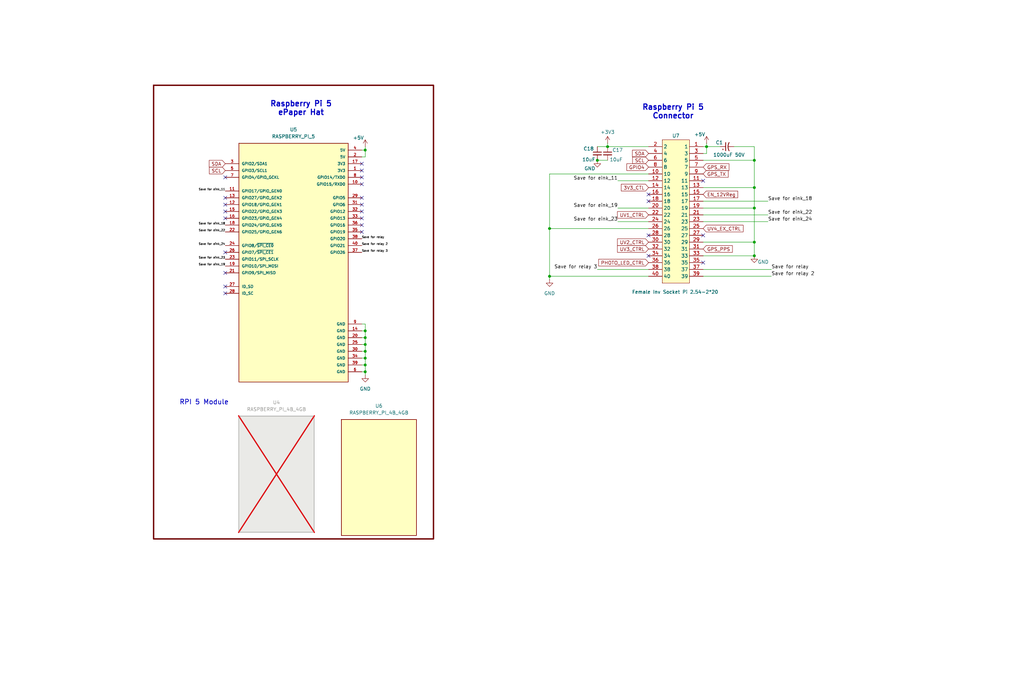
<source format=kicad_sch>
(kicad_sch (version 20250114) (generator "eeschema") (generator_version "9.0")
  (paper "User" 381 254)
  (title_block (title "MothBox") (date "2025-09-29") (rev "5.0.2") (company "Digital Naturalism Laboritories"))
  (lib_symbols
    (symbol "MothBox_Symbol_Library:+5V" (power) (pin_numbers (hide yes)) (pin_names (offset 0) (hide yes))
      (property "Value" "+5V" (at 0 3.556 0))
      (symbol "+5V_0_1"
        (polyline (pts (xy -0.762 1.27) (xy 0 2.54)))
        (polyline (pts (xy 0 2.54) (xy 0.762 1.27)))
        (polyline (pts (xy 0 0) (xy 0 2.54)))
      )
      (symbol "+5V_1_1"
        (pin power_in line (at 0 0 90) (length 0) (name "~") (number "1"))
      )
    )
    (symbol "MothBox_Symbol_Library:2.54-2*20"
      (property "Reference" "U" (at 0 30.48 0))
      (property "Value" "2.54-2*20" (at 0 -27.94 0))
      (symbol "2.54-2*20_0_1"
        (rectangle (start -5.08 27.94) (end 5.08 -25.4) (fill (type background)))
        (pin unspecified line (at -10.16 25.4 0) (length 5.08) (name "1") (number "1"))
        (pin unspecified line (at -10.16 22.86 0) (length 5.08) (name "3") (number "3"))
        (pin unspecified line (at -10.16 20.32 0) (length 5.08) (name "5") (number "5"))
        (pin unspecified line (at -10.16 17.78 0) (length 5.08) (name "7") (number "7"))
        (pin unspecified line (at -10.16 15.24 0) (length 5.08) (name "9") (number "9"))
        (pin unspecified line (at -10.16 12.7 0) (length 5.08) (name "11") (number "11"))
        (pin unspecified line (at -10.16 10.16 0) (length 5.08) (name "13") (number "13"))
        (pin unspecified line (at -10.16 7.62 0) (length 5.08) (name "15") (number "15"))
        (pin unspecified line (at -10.16 5.08 0) (length 5.08) (name "17") (number "17"))
        (pin unspecified line (at -10.16 2.54 0) (length 5.08) (name "19") (number "19"))
        (pin unspecified line (at -10.16 0 0) (length 5.08) (name "21") (number "21"))
        (pin unspecified line (at -10.16 -2.54 0) (length 5.08) (name "23") (number "23"))
        (pin unspecified line (at -10.16 -5.08 0) (length 5.08) (name "25") (number "25"))
        (pin unspecified line (at -10.16 -7.62 0) (length 5.08) (name "27") (number "27"))
        (pin unspecified line (at -10.16 -10.16 0) (length 5.08) (name "29") (number "29"))
        (pin unspecified line (at -10.16 -12.7 0) (length 5.08) (name "31") (number "31"))
        (pin unspecified line (at -10.16 -15.24 0) (length 5.08) (name "33") (number "33"))
        (pin unspecified line (at -10.16 -17.78 0) (length 5.08) (name "35") (number "35"))
        (pin unspecified line (at -10.16 -20.32 0) (length 5.08) (name "37") (number "37"))
        (pin unspecified line (at -10.16 -22.86 0) (length 5.08) (name "39") (number "39"))
        (pin unspecified line (at 10.16 25.4 180) (length 5.08) (name "2") (number "2"))
        (pin unspecified line (at 10.16 22.86 180) (length 5.08) (name "4") (number "4"))
        (pin unspecified line (at 10.16 20.32 180) (length 5.08) (name "6") (number "6"))
        (pin unspecified line (at 10.16 17.78 180) (length 5.08) (name "8") (number "8"))
        (pin unspecified line (at 10.16 15.24 180) (length 5.08) (name "10") (number "10"))
        (pin unspecified line (at 10.16 12.7 180) (length 5.08) (name "12") (number "12"))
        (pin unspecified line (at 10.16 10.16 180) (length 5.08) (name "14") (number "14"))
        (pin unspecified line (at 10.16 7.62 180) (length 5.08) (name "16") (number "16"))
        (pin unspecified line (at 10.16 5.08 180) (length 5.08) (name "18") (number "18"))
        (pin unspecified line (at 10.16 2.54 180) (length 5.08) (name "20") (number "20"))
        (pin unspecified line (at 10.16 0 180) (length 5.08) (name "22") (number "22"))
        (pin unspecified line (at 10.16 -2.54 180) (length 5.08) (name "24") (number "24"))
        (pin unspecified line (at 10.16 -5.08 180) (length 5.08) (name "26") (number "26"))
        (pin unspecified line (at 10.16 -7.62 180) (length 5.08) (name "28") (number "28"))
        (pin unspecified line (at 10.16 -10.16 180) (length 5.08) (name "30") (number "30"))
        (pin unspecified line (at 10.16 -12.7 180) (length 5.08) (name "32") (number "32"))
        (pin unspecified line (at 10.16 -15.24 180) (length 5.08) (name "34") (number "34"))
        (pin unspecified line (at 10.16 -17.78 180) (length 5.08) (name "36") (number "36"))
        (pin unspecified line (at 10.16 -20.32 180) (length 5.08) (name "38") (number "38"))
        (pin unspecified line (at 10.16 -22.86 180) (length 5.08) (name "40") (number "40"))
      )
    )
    (symbol "MothBox_Symbol_Library:C_Polarized_Small_US" (pin_numbers (hide yes)) (pin_names (offset 0.254) (hide yes))
      (property "Reference" "C" (at 0.254 1.778 0))
      (property "Value" "C_Polarized_Small_US" (at 0.254 -2.032 0))
      (symbol "C_Polarized_Small_US_0_1"
        (polyline (pts (xy -1.524 0.508) (xy 1.524 0.508)) (stroke (width 0.3048)))
        (polyline (pts (xy -1.27 1.524) (xy -0.762 1.524)))
        (polyline (pts (xy -1.016 1.27) (xy -1.016 1.778)))
        (arc (start -1.524 -0.762) (mid 0 -0.3734) (end 1.524 -0.762) (stroke (width 0.3048)))
      )
      (symbol "C_Polarized_Small_US_1_1"
        (pin passive line (at 0 2.54 270) (length 2.032) (name "~") (number "1"))
        (pin passive line (at 0 -2.54 90) (length 2.032) (name "~") (number "2"))
      )
    )
    (symbol "MothBox_Symbol_Library:C_Small" (pin_numbers (hide yes)) (pin_names (offset 0.254) (hide yes))
      (property "Reference" "C" (at 0.254 1.778 0))
      (property "Value" "C_Small" (at 0.254 -2.032 0))
      (symbol "C_Small_0_1"
        (polyline (pts (xy -1.524 0.508) (xy 1.524 0.508)) (stroke (width 0.3048)))
        (polyline (pts (xy -1.524 -0.508) (xy 1.524 -0.508)) (stroke (width 0.3302)))
      )
      (symbol "C_Small_1_1"
        (pin passive line (at 0 2.54 270) (length 2.032) (name "~") (number "1"))
        (pin passive line (at 0 -2.54 90) (length 2.032) (name "~") (number "2"))
      )
    )
    (symbol "MothBox_Symbol_Library:GND" (power) (pin_numbers (hide yes)) (pin_names (offset 0) (hide yes))
      (property "Value" "GND" (at 0 -3.81 0))
      (symbol "GND_0_1"
        (polyline (pts (xy 0 0) (xy 0 -1.27) (xy 1.27 -1.27) (xy 0 -2.54) (xy -1.27 -1.27) (xy 0 -1.27)))
      )
      (symbol "GND_1_1"
        (pin power_in line (at 0 0 270) (length 0) (name "~") (number "1"))
      )
    )
    (symbol "RASPBERRY_PI_4B_4GB_1" (pin_names (offset 1.016))
      (property "Reference" "U4" (at 0 38.1 0))
      (property "Value" "RASPBERRY_PI_4B_4GB" (at 0 35.56 0))
      (symbol "RASPBERRY_PI_4B_4GB_1_0_0"
        (rectangle (start -13.97 33.02) (end 13.97 -10.16) (stroke (width 0.254)) (fill (type background)))
      )
    )
    (symbol "RASPBERRY_PI_4B_4GB_2" (pin_names (offset 1.016))
      (property "Reference" "U1" (at 0 38.1 0))
      (property "Value" "RASPBERRY_PI_5" (at 0 35.56 0))
      (symbol "RASPBERRY_PI_4B_4GB_2_0_0"
        (rectangle (start -20.32 33.02) (end 20.32 -55.88) (stroke (width 0.254)) (fill (type background)))
        (pin bidirectional line (at -25.4 25.4 0) (length 5.08) (name "GPIO2/SDA1") (number "3"))
        (pin bidirectional line (at -25.4 22.86 0) (length 5.08) (name "GPIO3/SCL1") (number "5"))
        (pin bidirectional line (at -25.4 20.32 0) (length 5.08) (name "GPIO4/GPIO_GCKL") (number "7"))
        (pin bidirectional line (at -25.4 15.24 0) (length 5.08) (name "GPIO17/GPIO_GEN0") (number "11"))
        (pin bidirectional line (at -25.4 12.7 0) (length 5.08) (name "GPIO27/GPIO_GEN2") (number "13"))
        (pin bidirectional line (at -25.4 10.16 0) (length 5.08) (name "GPIO18/GPIO_GEN1") (number "12"))
        (pin bidirectional line (at -25.4 7.62 0) (length 5.08) (name "GPIO22/GPIO_GEN3") (number "15"))
        (pin bidirectional line (at -25.4 5.08 0) (length 5.08) (name "GPIO23/GPIO_GEN4") (number "16"))
        (pin bidirectional line (at -25.4 2.54 0) (length 5.08) (name "GPIO24/GPIO_GEN5") (number "18"))
        (pin bidirectional line (at -25.4 0 0) (length 5.08) (name "GPIO25/GPIO_GEN6") (number "22"))
        (pin bidirectional line (at -25.4 -5.08 0) (length 5.08) (name "GPIO8/~{SPI_CE0}") (number "24"))
        (pin bidirectional line (at -25.4 -7.62 0) (length 5.08) (name "GPIO7/~{SPI_CE1}") (number "26"))
        (pin bidirectional line (at -25.4 -10.16 0) (length 5.08) (name "GPIO11/SPI_SCLK") (number "23"))
        (pin bidirectional line (at -25.4 -12.7 0) (length 5.08) (name "GPIO10/SPI_MOSI") (number "19"))
        (pin bidirectional line (at -25.4 -15.24 0) (length 5.08) (name "GPIO9/SPI_MISO") (number "21"))
        (pin bidirectional line (at -25.4 -20.32 0) (length 5.08) (name "ID_SD") (number "27"))
        (pin bidirectional line (at -25.4 -22.86 0) (length 5.08) (name "ID_SC") (number "28"))
        (pin power_in line (at 25.4 30.48 180) (length 5.08) (name "5V") (number "4"))
        (pin power_in line (at 25.4 27.94 180) (length 5.08) (name "5V") (number "2"))
        (pin power_in line (at 25.4 25.4 180) (length 5.08) (name "3V3") (number "17"))
        (pin power_in line (at 25.4 22.86 180) (length 5.08) (name "3V3") (number "1"))
        (pin bidirectional line (at 25.4 20.32 180) (length 5.08) (name "GPIO14/TXD0") (number "8"))
        (pin bidirectional line (at 25.4 17.78 180) (length 5.08) (name "GPIO15/RXD0") (number "10"))
        (pin bidirectional line (at 25.4 12.7 180) (length 5.08) (name "GPIO5") (number "29"))
        (pin bidirectional line (at 25.4 10.16 180) (length 5.08) (name "GPIO6") (number "31"))
        (pin bidirectional line (at 25.4 7.62 180) (length 5.08) (name "GPIO12") (number "32"))
        (pin bidirectional line (at 25.4 5.08 180) (length 5.08) (name "GPIO13") (number "33"))
        (pin bidirectional line (at 25.4 2.54 180) (length 5.08) (name "GPIO16") (number "36"))
        (pin bidirectional line (at 25.4 0 180) (length 5.08) (name "GPIO19") (number "35"))
        (pin bidirectional line (at 25.4 -2.54 180) (length 5.08) (name "GPIO20") (number "38"))
        (pin bidirectional line (at 25.4 -5.08 180) (length 5.08) (name "GPIO21") (number "40"))
        (pin bidirectional line (at 25.4 -7.62 180) (length 5.08) (name "GPIO26") (number "37"))
        (pin power_in line (at 25.4 -34.29 180) (length 5.08) (name "GND") (number "9"))
        (pin power_in line (at 25.4 -36.83 180) (length 5.08) (name "GND") (number "14"))
        (pin power_in line (at 25.4 -39.37 180) (length 5.08) (name "GND") (number "20"))
        (pin power_in line (at 25.4 -41.91 180) (length 5.08) (name "GND") (number "25"))
        (pin power_in line (at 25.4 -44.45 180) (length 5.08) (name "GND") (number "30"))
        (pin power_in line (at 25.4 -46.99 180) (length 5.08) (name "GND") (number "34"))
        (pin power_in line (at 25.4 -49.53 180) (length 5.08) (name "GND") (number "39"))
        (pin power_in line (at 25.4 -52.07 180) (length 5.08) (name "GND") (number "6"))
      )
    )
    (symbol "power:+3V3" (power) (pin_numbers (hide yes)) (pin_names (offset 0) (hide yes))
      (property "Value" "+3V3" (at 0 3.556 0))
      (symbol "+3V3_0_1"
        (polyline (pts (xy -0.762 1.27) (xy 0 2.54)))
        (polyline (pts (xy 0 2.54) (xy 0.762 1.27)))
        (polyline (pts (xy 0 0) (xy 0 2.54)))
      )
      (symbol "+3V3_1_1"
        (pin power_in line (at 0 0 90) (length 0) (name "~") (number "1"))
      )
    )
  )
  (rectangle (start 57.15 31.75) (end 161.29 200.66) (stroke (width 0.508) (color 110 0 0 1)))
  (text "Raspberry Pi 5\nConnector" (at 250.444 41.656 0) (effects (font (size 2 2) (thickness 0.4) (bold yes))))
  (text "RPI 5 Module\n" (at 75.946 149.86 0) (effects (font (size 1.778 1.778) (thickness 0.254) (bold yes))))
  (text "Raspberry Pi 5\nePaper Hat" (at 112.014 40.386 0) (effects (font (size 2 2) (thickness 0.4) (bold yes))))
  (junction (at 135.89 123.19))
  (junction (at 226.06 54.61))
  (junction (at 135.89 135.89))
  (junction (at 280.67 69.85))
  (junction (at 135.89 55.88))
  (junction (at 280.67 95.25))
  (junction (at 135.89 125.73))
  (junction (at 222.25 59.69))
  (junction (at 280.67 77.47))
  (junction (at 135.89 130.81))
  (junction (at 280.67 90.17))
  (junction (at 135.89 133.35))
  (junction (at 262.89 54.61))
  (junction (at 135.89 128.27))
  (junction (at 204.47 85.09))
  (junction (at 280.67 59.69))
  (junction (at 204.47 102.87))
  (junction (at 135.89 138.43))
  (no_connect (at 83.82 81.28))
  (no_connect (at 261.62 67.31))
  (no_connect (at 241.3 72.39))
  (no_connect (at 83.82 109.22))
  (no_connect (at 134.62 68.58))
  (no_connect (at 134.62 60.96))
  (no_connect (at 83.82 93.98))
  (no_connect (at 134.62 76.2))
  (no_connect (at 83.82 76.2))
  (no_connect (at 134.62 81.28))
  (no_connect (at 83.82 66.04))
  (no_connect (at 83.82 101.6))
  (no_connect (at 241.3 74.93))
  (no_connect (at 261.62 97.79))
  (no_connect (at 134.62 78.74))
  (no_connect (at 83.82 73.66))
  (no_connect (at 83.82 106.68))
  (no_connect (at 261.62 87.63))
  (no_connect (at 134.62 86.36))
  (no_connect (at 83.82 78.74))
  (no_connect (at 134.62 66.04))
  (no_connect (at 134.62 73.66))
  (no_connect (at 241.3 95.25))
  (no_connect (at 241.3 87.63))
  (no_connect (at 134.62 63.5))
  (no_connect (at 134.62 83.82))
  (wire (pts (xy 285.75 80.01) (xy 261.62 80.01)))
  (wire (pts (xy 262.89 54.61) (xy 261.62 54.61)))
  (wire (pts (xy 135.89 133.35) (xy 135.89 135.89)))
  (wire (pts (xy 134.62 58.42) (xy 135.89 58.42)))
  (wire (pts (xy 134.62 120.65) (xy 135.89 120.65)))
  (wire (pts (xy 134.62 55.88) (xy 135.89 55.88)))
  (wire (pts (xy 229.87 77.47) (xy 241.3 77.47)))
  (wire (pts (xy 135.89 54.61) (xy 135.89 55.88)))
  (wire (pts (xy 134.62 128.27) (xy 135.89 128.27)))
  (wire (pts (xy 261.62 90.17) (xy 280.67 90.17)))
  (wire (pts (xy 135.89 58.42) (xy 135.89 55.88)))
  (wire (pts (xy 135.89 138.43) (xy 135.89 139.7)))
  (wire (pts (xy 204.47 102.87) (xy 241.3 102.87)))
  (wire (pts (xy 229.87 82.55) (xy 241.3 82.55)))
  (wire (pts (xy 262.89 54.61) (xy 267.97 54.61)))
  (wire (pts (xy 285.75 82.55) (xy 261.62 82.55)))
  (wire (pts (xy 280.67 90.17) (xy 280.67 95.25)))
  (wire (pts (xy 261.62 59.69) (xy 280.67 59.69)))
  (wire (pts (xy 226.06 54.61) (xy 241.3 54.61)))
  (wire (pts (xy 280.67 59.69) (xy 280.67 69.85)))
  (wire (pts (xy 134.62 125.73) (xy 135.89 125.73)))
  (wire (pts (xy 134.62 130.81) (xy 135.89 130.81)))
  (wire (pts (xy 135.89 128.27) (xy 135.89 130.81)))
  (wire (pts (xy 134.62 133.35) (xy 135.89 133.35)))
  (wire (pts (xy 204.47 102.87) (xy 204.47 104.14)))
  (wire (pts (xy 261.62 95.25) (xy 280.67 95.25)))
  (wire (pts (xy 261.62 77.47) (xy 280.67 77.47)))
  (wire (pts (xy 135.89 120.65) (xy 135.89 123.19)))
  (wire (pts (xy 226.06 53.34) (xy 226.06 54.61)))
  (wire (pts (xy 135.89 130.81) (xy 135.89 133.35)))
  (wire (pts (xy 204.47 85.09) (xy 241.3 85.09)))
  (wire (pts (xy 280.67 69.85) (xy 280.67 77.47)))
  (wire (pts (xy 241.3 64.77) (xy 204.47 64.77)))
  (wire (pts (xy 273.05 54.61) (xy 280.67 54.61)))
  (wire (pts (xy 222.25 59.69) (xy 226.06 59.69)))
  (wire (pts (xy 262.89 54.61) (xy 262.89 57.15)))
  (wire (pts (xy 135.89 125.73) (xy 135.89 128.27)))
  (wire (pts (xy 262.89 53.34) (xy 262.89 54.61)))
  (wire (pts (xy 135.89 123.19) (xy 135.89 125.73)))
  (wire (pts (xy 285.75 74.93) (xy 261.62 74.93)))
  (wire (pts (xy 222.25 54.61) (xy 226.06 54.61)))
  (wire (pts (xy 204.47 64.77) (xy 204.47 85.09)))
  (wire (pts (xy 134.62 135.89) (xy 135.89 135.89)))
  (wire (pts (xy 280.67 77.47) (xy 280.67 90.17)))
  (wire (pts (xy 261.62 69.85) (xy 280.67 69.85)))
  (wire (pts (xy 135.89 135.89) (xy 135.89 138.43)))
  (wire (pts (xy 229.87 67.31) (xy 241.3 67.31)))
  (wire (pts (xy 280.67 54.61) (xy 280.67 59.69)))
  (wire (pts (xy 287.02 102.87) (xy 261.62 102.87)))
  (wire (pts (xy 222.25 100.33) (xy 241.3 100.33)))
  (wire (pts (xy 204.47 85.09) (xy 204.47 102.87)))
  (wire (pts (xy 134.62 123.19) (xy 135.89 123.19)))
  (wire (pts (xy 287.02 100.33) (xy 261.62 100.33)))
  (wire (pts (xy 262.89 57.15) (xy 261.62 57.15)))
  (wire (pts (xy 134.62 138.43) (xy 135.89 138.43)))
  (label "Save for eink_24" (at 83.82 91.44 180) (effects (font (size 0.762 0.762))))
  (label "Save for relay" (at 287.02 100.33 0))
  (label "Save for relay 3" (at 134.62 93.98 0) (effects (font (size 0.762 0.762))))
  (label "Save for eink_11" (at 83.82 71.12 180) (effects (font (size 0.762 0.762))))
  (label "Save for relay 2" (at 134.62 91.44 0) (effects (font (size 0.762 0.762))))
  (label "Save for eink_19" (at 83.82 99.06 180) (effects (font (size 0.762 0.762))))
  (label "Save for eink_24" (at 285.75 82.55 0))
  (label "Save for eink_23" (at 83.82 96.52 180) (effects (font (size 0.762 0.762))))
  (label "Save for eink_19" (at 229.87 77.47 180))
  (label "Save for eink_11" (at 229.87 67.31 180))
  (label "Save for eink_22" (at 83.82 86.36 180) (effects (font (size 0.762 0.762))))
  (label "Save for relay 3" (at 222.25 100.33 180))
  (label "Save for eink_18" (at 285.75 74.93 0))
  (label "Save for relay" (at 134.62 88.9 0) (effects (font (size 0.762 0.762))))
  (label "Save for eink_23" (at 229.87 82.55 180))
  (label "Save for relay 2" (at 287.02 102.87 0))
  (label "Save for eink_22" (at 285.75 80.01 0))
  (label "Save for eink_18" (at 83.82 83.82 180) (effects (font (size 0.762 0.762))))
  (global_label "EN_12VReg" (shape input) (at 261.62 72.39 0) (property "Intersheetrefs" "${INTERSHEET_REFS}" (effects (hide yes))))
  (global_label "UV4_EX_CTRL" (shape input) (at 261.62 85.09 0) (property "Intersheetrefs" "${INTERSHEET_REFS}" (effects (hide yes))))
  (global_label "GPS_PPS" (shape input) (at 261.62 92.71 0) (property "Intersheetrefs" "${INTERSHEET_REFS}" (effects (hide yes))))
  (global_label "GPS_RX" (shape input) (at 261.62 62.23 0) (property "Intersheetrefs" "${INTERSHEET_REFS}" (effects (hide yes))))
  (global_label "SDA" (shape input) (at 241.3 57.15 180) (property "Intersheetrefs" "${INTERSHEET_REFS}" (effects (hide yes))))
  (global_label "GPS_TX" (shape input) (at 261.62 64.77 0) (property "Intersheetrefs" "${INTERSHEET_REFS}" (effects (hide yes))))
  (global_label "SCL" (shape input) (at 241.3 59.69 180) (property "Intersheetrefs" "${INTERSHEET_REFS}" (effects (hide yes))))
  (global_label "3V3_CTL" (shape input) (at 241.3 69.85 180) (property "Intersheetrefs" "${INTERSHEET_REFS}" (effects (hide yes))))
  (global_label "PHOTO_LED_CTRL" (shape input) (at 241.3 97.79 180) (property "Intersheetrefs" "${INTERSHEET_REFS}" (effects (hide yes))))
  (global_label "UV3_CTRL" (shape input) (at 241.3 92.71 180) (property "Intersheetrefs" "${INTERSHEET_REFS}" (effects (hide yes))))
  (global_label "UV2_CTRL" (shape input) (at 241.3 90.17 180) (property "Intersheetrefs" "${INTERSHEET_REFS}" (effects (hide yes))))
  (global_label "GPIO4" (shape input) (at 241.3 62.23 180) (property "Intersheetrefs" "${INTERSHEET_REFS}" (effects (hide yes))))
  (global_label "SDA" (shape input) (at 83.82 60.96 180) (property "Intersheetrefs" "${INTERSHEET_REFS}" (effects (hide yes))))
  (global_label "UV1_CTRL" (shape input) (at 241.3 80.01 180) (property "Intersheetrefs" "${INTERSHEET_REFS}" (effects (hide yes))))
  (global_label "SCL" (shape input) (at 83.82 63.5 180) (property "Intersheetrefs" "${INTERSHEET_REFS}" (effects (hide yes))))
  (symbol (lib_name "RASPBERRY_PI_4B_4GB_1") (lib_id "MothBox_Symbol_Library:RASPBERRY_PI_4B_4GB_1") (at 140.97 189.23 0) (unit 1) (in_bom no)
    (property "Reference" "U6" (at 140.97 151.13 0))
    (property "Value" "RASPBERRY_PI_4B_4GB" (at 140.97 153.67 0))
    (property "Footprint" "RASPBERRY_PI_4B_4GB:MODULE_RASPBERRY_PI_4B_4GB_Sideways" (effects (hide yes)))
    (property "MF" "Raspberry Pi" (effects (hide yes)))
    (property "MAXIMUM_PACKAGE_HEIGHT" "16 mm" (effects (hide yes)))
    (property "Package" "None" (effects (hide yes)))
    (property "Price" "None" (effects (hide yes)))
    (property "Check_prices" "https://www.snapeda.com/parts/RASPBERRY%20PI%204B/4GB/Raspberry+Pi/view-part/?ref=eda" (effects (hide yes)))
    (property "STANDARD" "Manufacturer Recommendations" (effects (hide yes)))
    (property "PARTREV" "4" (effects (hide yes)))
    (property "SnapEDA_Link" "https://www.snapeda.com/parts/RASPBERRY%20PI%204B/4GB/Raspberry+Pi/view-part/?ref=snap" (effects (hide yes)))
    (property "MP" "RASPBERRY PI 4B/4GB" (effects (hide yes)))
    (property "Description_1" "BCM2711 Raspberry Pi 4 Model B 4GB - ARM® Cortex®-A72 MPU Embedded Evaluation Board" (effects (hide yes)))
    (property "Availability" "Not in stock" (effects (hide yes)))
    (property "SNAPEDA_PN" "RASPBERRY PI 4B/4GB" (effects (hide yes)))
    (property "Digikey_Part_No" "SC1113" (effects (hide yes)))
  )
  (symbol (lib_id "MothBox_Symbol_Library:GND") (at 222.25 59.69 0) (unit 1)
    (property "Reference" "#PWR074" (effects (hide yes)))
    (property "Value" "GND" (at 219.456 62.738 0))
    (property "Description" "Power symbol creates a global label with name \"GND\" , ground" (effects (hide yes)))
  )
  (symbol (lib_id "MothBox_Symbol_Library:GND") (at 204.47 104.14 0) (unit 1)
    (property "Reference" "#PWR061" (effects (hide yes)))
    (property "Value" "GND" (at 204.47 109.22 0))
    (property "Description" "Power symbol creates a global label with name \"GND\" , ground" (effects (hide yes)))
  )
  (symbol (lib_id "MothBox_Symbol_Library:C_Polarized_Small_US") (at 270.51 54.61 90) (unit 1)
    (property "Reference" "C1" (at 268.986 53.086 90) (effects (justify left)))
    (property "Value" "1000uF 50V" (at 277.114 57.658 90) (effects (justify left)))
    (property "Footprint" "0_easyeda_footprints:CAP-TH_BD16.0-P7.50-D1.2-FD" (effects (hide yes)))
    (property "Datasheet" "https://lcsc.com/product-detail/Aluminum-Electrolytic-Capacitors-Leaded_1000uF-20-50V_C106656.html" (effects (hide yes)))
    (property "LCSC_Part" "C106656" (effects (hide yes)))
  )
  (symbol (lib_id "MothBox_Symbol_Library:GND") (at 135.89 139.7 0) (unit 1)
    (property "Reference" "#PWR018" (effects (hide yes)))
    (property "Value" "GND" (at 135.89 144.78 0))
    (property "Description" "Power symbol creates a global label with name \"GND\" , ground" (effects (hide yes)))
  )
  (symbol (lib_id "MothBox_Symbol_Library:+5V") (at 135.89 54.61 0) (unit 1)
    (property "Reference" "#PWR017" (effects (hide yes)))
    (property "Value" "+5V" (at 133.35 51.308 0))
    (property "Description" "Power symbol creates a global label with name \"+5V\"" (effects (hide yes)))
  )
  (symbol (lib_name "RASPBERRY_PI_4B_4GB_2") (lib_id "MothBox_Symbol_Library:RASPBERRY_PI_4B_4GB_2") (at 109.22 86.36 0) (unit 1)
    (property "Reference" "U5" (at 109.22 48.26 0))
    (property "Value" "RASPBERRY_PI_5" (at 109.22 50.8 0))
    (property "Footprint" "MothBox_footprints_Library:EPAPER_PinHeader_2x20_P2.54mm_Vertical" (effects (hide yes)))
    (property "MF" "Raspberry Pi" (effects (hide yes)))
    (property "LCSC_Part" "C5224014" (effects (hide yes)))
  )
  (symbol (lib_id "MothBox_Symbol_Library:GND") (at 280.67 95.25 0) (unit 1)
    (property "Reference" "#PWR060" (effects (hide yes)))
    (property "Value" "GND" (at 283.972 97.536 0))
    (property "Description" "Power symbol creates a global label with name \"GND\" , ground" (effects (hide yes)))
  )
  (symbol (lib_name "RASPBERRY_PI_4B_4GB_1") (lib_id "MothBox_Symbol_Library:RASPBERRY_PI_4B_4GB_1") (at 102.87 187.96 0) (unit 1) (exclude_from_sim yes) (in_bom no) (on_board no) (dnp yes)
    (property "Reference" "U4" (at 102.87 149.86 0))
    (property "Value" "RASPBERRY_PI_4B_4GB" (at 102.87 152.4 0))
    (property "Footprint" "RASPBERRY_PI_4B_4GB:MODULE_RASPBERRY_PI_4B_4GB" (effects (hide yes)))
    (property "MF" "Raspberry Pi" (effects (hide yes)))
    (property "MAXIMUM_PACKAGE_HEIGHT" "16 mm" (effects (hide yes)))
    (property "Package" "None" (effects (hide yes)))
    (property "Price" "None" (effects (hide yes)))
    (property "Check_prices" "https://www.snapeda.com/parts/RASPBERRY%20PI%204B/4GB/Raspberry+Pi/view-part/?ref=eda" (effects (hide yes)))
    (property "STANDARD" "Manufacturer Recommendations" (effects (hide yes)))
    (property "PARTREV" "4" (effects (hide yes)))
    (property "SnapEDA_Link" "https://www.snapeda.com/parts/RASPBERRY%20PI%204B/4GB/Raspberry+Pi/view-part/?ref=snap" (effects (hide yes)))
    (property "MP" "RASPBERRY PI 4B/4GB" (effects (hide yes)))
    (property "Description_1" "BCM2711 Raspberry Pi 4 Model B 4GB - ARM® Cortex®-A72 MPU Embedded Evaluation Board" (effects (hide yes)))
    (property "Availability" "Not in stock" (effects (hide yes)))
    (property "SNAPEDA_PN" "RASPBERRY PI 4B/4GB" (effects (hide yes)))
    (property "Digikey_Part_No" "SC1113" (effects (hide yes)))
  )
  (symbol (lib_id "MothBox_Symbol_Library:+5V") (at 262.89 53.34 0) (unit 1)
    (property "Reference" "#PWR025" (effects (hide yes)))
    (property "Value" "+5V" (at 260.35 50.038 0))
    (property "Description" "Power symbol creates a global label with name \"+5V\"" (effects (hide yes)))
  )
  (symbol (lib_id "MothBox_Symbol_Library:2.54-2*20") (at 251.46 80.01 0) (mirror y) (unit 1)
    (property "Reference" "U7" (at 251.46 50.546 0))
    (property "Value" "Female Inv Socket Pi 2.54-2*20" (at 251.206 108.712 0))
    (property "Footprint" "MothBox_footprints_Library:HDR-TH_40P-P2.54-H-F-R2-C20-W8.5" (effects (hide yes)))
    (property "LCSC_Part" "C2897440" (effects (hide yes)))
  )
  (symbol (lib_id "MothBox_Symbol_Library:C_Small") (at 226.06 57.15 0) (unit 1)
    (property "Reference" "C17" (at 227.838 55.88 0) (effects (justify left)))
    (property "Value" "10uF" (at 226.822 59.436 0) (effects (justify left)))
    (property "Footprint" "MothBox_footprints_Library:C_0603_1608Metric" (effects (hide yes)))
    (property "Description" "Unpolarized capacitor, small symbol" (effects (hide yes)))
    (property "LCSC_Part" "C19702" (effects (hide yes)))
  )
  (symbol (lib_id "power:+3V3") (at 226.06 53.34 0) (unit 1)
    (property "Reference" "#PWR076" (effects (hide yes)))
    (property "Value" "+3V3" (at 226.06 49.2069 0))
    (property "Description" "Power symbol creates a global label with name \"+3V3\"" (effects (hide yes)))
  )
  (symbol (lib_id "MothBox_Symbol_Library:C_Small") (at 222.25 57.15 0) (mirror y) (unit 1)
    (property "Reference" "C18" (at 220.98 55.372 0) (effects (justify left)))
    (property "Value" "10uF" (at 221.488 59.436 0) (effects (justify left)))
    (property "Footprint" "MothBox_footprints_Library:C_0603_1608Metric" (effects (hide yes)))
    (property "Description" "Unpolarized capacitor, small symbol" (effects (hide yes)))
    (property "LCSC_Part" "C19702" (effects (hide yes)))
  )
)
</source>
